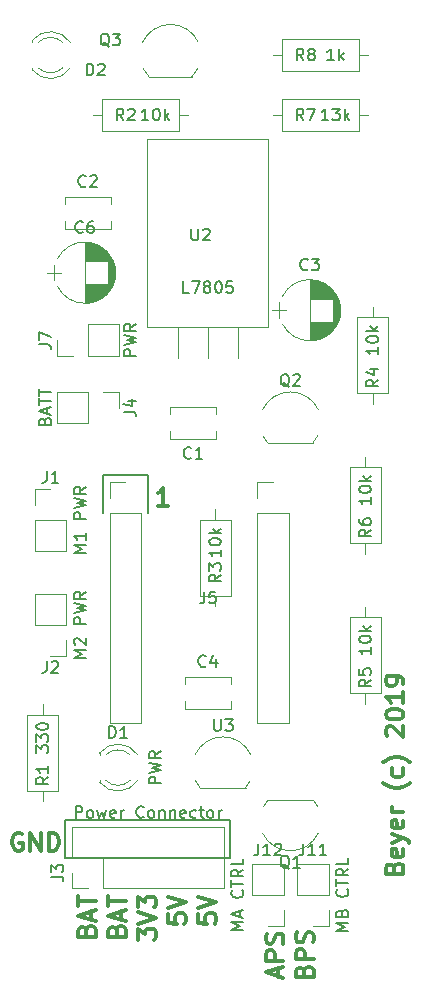
<source format=gbr>
G04 #@! TF.GenerationSoftware,KiCad,Pcbnew,(5.1.4)-1*
G04 #@! TF.CreationDate,2020-01-08T12:55:19-07:00*
G04 #@! TF.ProjectId,robot,726f626f-742e-46b6-9963-61645f706362,rev?*
G04 #@! TF.SameCoordinates,Original*
G04 #@! TF.FileFunction,Legend,Top*
G04 #@! TF.FilePolarity,Positive*
%FSLAX46Y46*%
G04 Gerber Fmt 4.6, Leading zero omitted, Abs format (unit mm)*
G04 Created by KiCad (PCBNEW (5.1.4)-1) date 2020-01-08 12:55:19*
%MOMM*%
%LPD*%
G04 APERTURE LIST*
%ADD10C,0.300000*%
%ADD11C,0.150000*%
%ADD12C,0.200000*%
%ADD13C,0.120000*%
G04 APERTURE END LIST*
D10*
X129432857Y-91677142D02*
X129504285Y-91462857D01*
X129575714Y-91391428D01*
X129718571Y-91320000D01*
X129932857Y-91320000D01*
X130075714Y-91391428D01*
X130147142Y-91462857D01*
X130218571Y-91605714D01*
X130218571Y-92177142D01*
X128718571Y-92177142D01*
X128718571Y-91677142D01*
X128790000Y-91534285D01*
X128861428Y-91462857D01*
X129004285Y-91391428D01*
X129147142Y-91391428D01*
X129290000Y-91462857D01*
X129361428Y-91534285D01*
X129432857Y-91677142D01*
X129432857Y-92177142D01*
X130147142Y-90105714D02*
X130218571Y-90248571D01*
X130218571Y-90534285D01*
X130147142Y-90677142D01*
X130004285Y-90748571D01*
X129432857Y-90748571D01*
X129290000Y-90677142D01*
X129218571Y-90534285D01*
X129218571Y-90248571D01*
X129290000Y-90105714D01*
X129432857Y-90034285D01*
X129575714Y-90034285D01*
X129718571Y-90748571D01*
X129218571Y-89534285D02*
X130218571Y-89177142D01*
X129218571Y-88820000D02*
X130218571Y-89177142D01*
X130575714Y-89320000D01*
X130647142Y-89391428D01*
X130718571Y-89534285D01*
X130147142Y-87677142D02*
X130218571Y-87820000D01*
X130218571Y-88105714D01*
X130147142Y-88248571D01*
X130004285Y-88320000D01*
X129432857Y-88320000D01*
X129290000Y-88248571D01*
X129218571Y-88105714D01*
X129218571Y-87820000D01*
X129290000Y-87677142D01*
X129432857Y-87605714D01*
X129575714Y-87605714D01*
X129718571Y-88320000D01*
X130218571Y-86962857D02*
X129218571Y-86962857D01*
X129504285Y-86962857D02*
X129361428Y-86891428D01*
X129290000Y-86820000D01*
X129218571Y-86677142D01*
X129218571Y-86534285D01*
X130790000Y-84462857D02*
X130718571Y-84534285D01*
X130504285Y-84677142D01*
X130361428Y-84748571D01*
X130147142Y-84820000D01*
X129790000Y-84891428D01*
X129504285Y-84891428D01*
X129147142Y-84820000D01*
X128932857Y-84748571D01*
X128790000Y-84677142D01*
X128575714Y-84534285D01*
X128504285Y-84462857D01*
X130147142Y-83248571D02*
X130218571Y-83391428D01*
X130218571Y-83677142D01*
X130147142Y-83820000D01*
X130075714Y-83891428D01*
X129932857Y-83962857D01*
X129504285Y-83962857D01*
X129361428Y-83891428D01*
X129290000Y-83820000D01*
X129218571Y-83677142D01*
X129218571Y-83391428D01*
X129290000Y-83248571D01*
X130790000Y-82748571D02*
X130718571Y-82677142D01*
X130504285Y-82534285D01*
X130361428Y-82462857D01*
X130147142Y-82391428D01*
X129790000Y-82320000D01*
X129504285Y-82320000D01*
X129147142Y-82391428D01*
X128932857Y-82462857D01*
X128790000Y-82534285D01*
X128575714Y-82677142D01*
X128504285Y-82748571D01*
X128861428Y-80534285D02*
X128790000Y-80462857D01*
X128718571Y-80320000D01*
X128718571Y-79962857D01*
X128790000Y-79820000D01*
X128861428Y-79748571D01*
X129004285Y-79677142D01*
X129147142Y-79677142D01*
X129361428Y-79748571D01*
X130218571Y-80605714D01*
X130218571Y-79677142D01*
X128718571Y-78748571D02*
X128718571Y-78605714D01*
X128790000Y-78462857D01*
X128861428Y-78391428D01*
X129004285Y-78320000D01*
X129290000Y-78248571D01*
X129647142Y-78248571D01*
X129932857Y-78320000D01*
X130075714Y-78391428D01*
X130147142Y-78462857D01*
X130218571Y-78605714D01*
X130218571Y-78748571D01*
X130147142Y-78891428D01*
X130075714Y-78962857D01*
X129932857Y-79034285D01*
X129647142Y-79105714D01*
X129290000Y-79105714D01*
X129004285Y-79034285D01*
X128861428Y-78962857D01*
X128790000Y-78891428D01*
X128718571Y-78748571D01*
X130218571Y-76820000D02*
X130218571Y-77677142D01*
X130218571Y-77248571D02*
X128718571Y-77248571D01*
X128932857Y-77391428D01*
X129075714Y-77534285D01*
X129147142Y-77677142D01*
X130218571Y-76105714D02*
X130218571Y-75820000D01*
X130147142Y-75677142D01*
X130075714Y-75605714D01*
X129861428Y-75462857D01*
X129575714Y-75391428D01*
X129004285Y-75391428D01*
X128861428Y-75462857D01*
X128790000Y-75534285D01*
X128718571Y-75677142D01*
X128718571Y-75962857D01*
X128790000Y-76105714D01*
X128861428Y-76177142D01*
X129004285Y-76248571D01*
X129361428Y-76248571D01*
X129504285Y-76177142D01*
X129575714Y-76105714D01*
X129647142Y-75962857D01*
X129647142Y-75677142D01*
X129575714Y-75534285D01*
X129504285Y-75462857D01*
X129361428Y-75391428D01*
D11*
X124340952Y-23312380D02*
X123769523Y-23312380D01*
X124055238Y-23312380D02*
X124055238Y-22312380D01*
X123960000Y-22455238D01*
X123864761Y-22550476D01*
X123769523Y-22598095D01*
X124769523Y-23312380D02*
X124769523Y-22312380D01*
X124864761Y-22931428D02*
X125150476Y-23312380D01*
X125150476Y-22645714D02*
X124769523Y-23026666D01*
X123864761Y-28392380D02*
X123293333Y-28392380D01*
X123579047Y-28392380D02*
X123579047Y-27392380D01*
X123483809Y-27535238D01*
X123388571Y-27630476D01*
X123293333Y-27678095D01*
X124198095Y-27392380D02*
X124817142Y-27392380D01*
X124483809Y-27773333D01*
X124626666Y-27773333D01*
X124721904Y-27820952D01*
X124769523Y-27868571D01*
X124817142Y-27963809D01*
X124817142Y-28201904D01*
X124769523Y-28297142D01*
X124721904Y-28344761D01*
X124626666Y-28392380D01*
X124340952Y-28392380D01*
X124245714Y-28344761D01*
X124198095Y-28297142D01*
X125245714Y-28392380D02*
X125245714Y-27392380D01*
X125340952Y-28011428D02*
X125626666Y-28392380D01*
X125626666Y-27725714D02*
X125245714Y-28106666D01*
D10*
X97917142Y-88785000D02*
X97774285Y-88713571D01*
X97560000Y-88713571D01*
X97345714Y-88785000D01*
X97202857Y-88927857D01*
X97131428Y-89070714D01*
X97060000Y-89356428D01*
X97060000Y-89570714D01*
X97131428Y-89856428D01*
X97202857Y-89999285D01*
X97345714Y-90142142D01*
X97560000Y-90213571D01*
X97702857Y-90213571D01*
X97917142Y-90142142D01*
X97988571Y-90070714D01*
X97988571Y-89570714D01*
X97702857Y-89570714D01*
X98631428Y-90213571D02*
X98631428Y-88713571D01*
X99488571Y-90213571D01*
X99488571Y-88713571D01*
X100202857Y-90213571D02*
X100202857Y-88713571D01*
X100560000Y-88713571D01*
X100774285Y-88785000D01*
X100917142Y-88927857D01*
X100988571Y-89070714D01*
X101060000Y-89356428D01*
X101060000Y-89570714D01*
X100988571Y-89856428D01*
X100917142Y-89999285D01*
X100774285Y-90142142D01*
X100560000Y-90213571D01*
X100202857Y-90213571D01*
D12*
X101600000Y-87630000D02*
X101600000Y-90805000D01*
X115570000Y-87630000D02*
X101600000Y-87630000D01*
X115570000Y-90805000D02*
X115570000Y-87630000D01*
X101600000Y-90805000D02*
X115570000Y-90805000D01*
D10*
X110283571Y-61003571D02*
X109426428Y-61003571D01*
X109855000Y-61003571D02*
X109855000Y-59503571D01*
X109712142Y-59717857D01*
X109569285Y-59860714D01*
X109426428Y-59932142D01*
D12*
X104775000Y-58420000D02*
X104775000Y-61595000D01*
X108585000Y-58420000D02*
X108585000Y-61595000D01*
X104775000Y-58420000D02*
X108585000Y-58420000D01*
D10*
X119625000Y-100881428D02*
X119625000Y-100167142D01*
X120053571Y-101024285D02*
X118553571Y-100524285D01*
X120053571Y-100024285D01*
X120053571Y-99524285D02*
X118553571Y-99524285D01*
X118553571Y-98952857D01*
X118625000Y-98810000D01*
X118696428Y-98738571D01*
X118839285Y-98667142D01*
X119053571Y-98667142D01*
X119196428Y-98738571D01*
X119267857Y-98810000D01*
X119339285Y-98952857D01*
X119339285Y-99524285D01*
X119982142Y-98095714D02*
X120053571Y-97881428D01*
X120053571Y-97524285D01*
X119982142Y-97381428D01*
X119910714Y-97310000D01*
X119767857Y-97238571D01*
X119625000Y-97238571D01*
X119482142Y-97310000D01*
X119410714Y-97381428D01*
X119339285Y-97524285D01*
X119267857Y-97810000D01*
X119196428Y-97952857D01*
X119125000Y-98024285D01*
X118982142Y-98095714D01*
X118839285Y-98095714D01*
X118696428Y-98024285D01*
X118625000Y-97952857D01*
X118553571Y-97810000D01*
X118553571Y-97452857D01*
X118625000Y-97238571D01*
X121817857Y-100417142D02*
X121889285Y-100202857D01*
X121960714Y-100131428D01*
X122103571Y-100060000D01*
X122317857Y-100060000D01*
X122460714Y-100131428D01*
X122532142Y-100202857D01*
X122603571Y-100345714D01*
X122603571Y-100917142D01*
X121103571Y-100917142D01*
X121103571Y-100417142D01*
X121175000Y-100274285D01*
X121246428Y-100202857D01*
X121389285Y-100131428D01*
X121532142Y-100131428D01*
X121675000Y-100202857D01*
X121746428Y-100274285D01*
X121817857Y-100417142D01*
X121817857Y-100917142D01*
X122603571Y-99417142D02*
X121103571Y-99417142D01*
X121103571Y-98845714D01*
X121175000Y-98702857D01*
X121246428Y-98631428D01*
X121389285Y-98560000D01*
X121603571Y-98560000D01*
X121746428Y-98631428D01*
X121817857Y-98702857D01*
X121889285Y-98845714D01*
X121889285Y-99417142D01*
X122532142Y-97988571D02*
X122603571Y-97774285D01*
X122603571Y-97417142D01*
X122532142Y-97274285D01*
X122460714Y-97202857D01*
X122317857Y-97131428D01*
X122175000Y-97131428D01*
X122032142Y-97202857D01*
X121960714Y-97274285D01*
X121889285Y-97417142D01*
X121817857Y-97702857D01*
X121746428Y-97845714D01*
X121675000Y-97917142D01*
X121532142Y-97988571D01*
X121389285Y-97988571D01*
X121246428Y-97917142D01*
X121175000Y-97845714D01*
X121103571Y-97702857D01*
X121103571Y-97345714D01*
X121175000Y-97131428D01*
X103377857Y-96992142D02*
X103449285Y-96777857D01*
X103520714Y-96706428D01*
X103663571Y-96635000D01*
X103877857Y-96635000D01*
X104020714Y-96706428D01*
X104092142Y-96777857D01*
X104163571Y-96920714D01*
X104163571Y-97492142D01*
X102663571Y-97492142D01*
X102663571Y-96992142D01*
X102735000Y-96849285D01*
X102806428Y-96777857D01*
X102949285Y-96706428D01*
X103092142Y-96706428D01*
X103235000Y-96777857D01*
X103306428Y-96849285D01*
X103377857Y-96992142D01*
X103377857Y-97492142D01*
X103735000Y-96063571D02*
X103735000Y-95349285D01*
X104163571Y-96206428D02*
X102663571Y-95706428D01*
X104163571Y-95206428D01*
X102663571Y-94920714D02*
X102663571Y-94063571D01*
X104163571Y-94492142D02*
X102663571Y-94492142D01*
X105927857Y-96992142D02*
X105999285Y-96777857D01*
X106070714Y-96706428D01*
X106213571Y-96635000D01*
X106427857Y-96635000D01*
X106570714Y-96706428D01*
X106642142Y-96777857D01*
X106713571Y-96920714D01*
X106713571Y-97492142D01*
X105213571Y-97492142D01*
X105213571Y-96992142D01*
X105285000Y-96849285D01*
X105356428Y-96777857D01*
X105499285Y-96706428D01*
X105642142Y-96706428D01*
X105785000Y-96777857D01*
X105856428Y-96849285D01*
X105927857Y-96992142D01*
X105927857Y-97492142D01*
X106285000Y-96063571D02*
X106285000Y-95349285D01*
X106713571Y-96206428D02*
X105213571Y-95706428D01*
X106713571Y-95206428D01*
X105213571Y-94920714D02*
X105213571Y-94063571D01*
X106713571Y-94492142D02*
X105213571Y-94492142D01*
X107763571Y-97742142D02*
X107763571Y-96813571D01*
X108335000Y-97313571D01*
X108335000Y-97099285D01*
X108406428Y-96956428D01*
X108477857Y-96885000D01*
X108620714Y-96813571D01*
X108977857Y-96813571D01*
X109120714Y-96885000D01*
X109192142Y-96956428D01*
X109263571Y-97099285D01*
X109263571Y-97527857D01*
X109192142Y-97670714D01*
X109120714Y-97742142D01*
X107763571Y-96385000D02*
X109263571Y-95885000D01*
X107763571Y-95385000D01*
X107763571Y-95027857D02*
X107763571Y-94099285D01*
X108335000Y-94599285D01*
X108335000Y-94385000D01*
X108406428Y-94242142D01*
X108477857Y-94170714D01*
X108620714Y-94099285D01*
X108977857Y-94099285D01*
X109120714Y-94170714D01*
X109192142Y-94242142D01*
X109263571Y-94385000D01*
X109263571Y-94813571D01*
X109192142Y-94956428D01*
X109120714Y-95027857D01*
X110313571Y-95599285D02*
X110313571Y-96313571D01*
X111027857Y-96385000D01*
X110956428Y-96313571D01*
X110885000Y-96170714D01*
X110885000Y-95813571D01*
X110956428Y-95670714D01*
X111027857Y-95599285D01*
X111170714Y-95527857D01*
X111527857Y-95527857D01*
X111670714Y-95599285D01*
X111742142Y-95670714D01*
X111813571Y-95813571D01*
X111813571Y-96170714D01*
X111742142Y-96313571D01*
X111670714Y-96385000D01*
X110313571Y-95099285D02*
X111813571Y-94599285D01*
X110313571Y-94099285D01*
X112863571Y-95599285D02*
X112863571Y-96313571D01*
X113577857Y-96385000D01*
X113506428Y-96313571D01*
X113435000Y-96170714D01*
X113435000Y-95813571D01*
X113506428Y-95670714D01*
X113577857Y-95599285D01*
X113720714Y-95527857D01*
X114077857Y-95527857D01*
X114220714Y-95599285D01*
X114292142Y-95670714D01*
X114363571Y-95813571D01*
X114363571Y-96170714D01*
X114292142Y-96313571D01*
X114220714Y-96385000D01*
X112863571Y-95099285D02*
X114363571Y-94599285D01*
X112863571Y-94099285D01*
D13*
X112814184Y-23982795D02*
G75*
G02X112290000Y-24710000I-2324184J1122795D01*
G01*
X112846400Y-21761193D02*
G75*
G03X110490000Y-20260000I-2356400J-1098807D01*
G01*
X108133600Y-21761193D02*
G75*
G02X110490000Y-20260000I2356400J-1098807D01*
G01*
X108165816Y-23982795D02*
G75*
G03X108690000Y-24710000I2324184J1122795D01*
G01*
X108690000Y-24710000D02*
X112290000Y-24710000D01*
X127230000Y-22860000D02*
X126460000Y-22860000D01*
X119150000Y-22860000D02*
X119920000Y-22860000D01*
X126460000Y-21490000D02*
X119920000Y-21490000D01*
X126460000Y-24230000D02*
X126460000Y-21490000D01*
X119920000Y-24230000D02*
X126460000Y-24230000D01*
X119920000Y-21490000D02*
X119920000Y-24230000D01*
X127230000Y-27940000D02*
X126460000Y-27940000D01*
X119150000Y-27940000D02*
X119920000Y-27940000D01*
X126460000Y-26570000D02*
X119920000Y-26570000D01*
X126460000Y-29310000D02*
X126460000Y-26570000D01*
X119920000Y-29310000D02*
X126460000Y-29310000D01*
X119920000Y-26570000D02*
X119920000Y-29310000D01*
X111990000Y-27940000D02*
X111220000Y-27940000D01*
X103910000Y-27940000D02*
X104680000Y-27940000D01*
X111220000Y-26570000D02*
X104680000Y-26570000D01*
X111220000Y-29310000D02*
X111220000Y-26570000D01*
X104680000Y-29310000D02*
X111220000Y-29310000D01*
X104680000Y-26570000D02*
X104680000Y-29310000D01*
X98770000Y-23940000D02*
X98770000Y-24096000D01*
X98770000Y-21624000D02*
X98770000Y-21780000D01*
X101371130Y-23939837D02*
G75*
G02X99289039Y-23940000I-1041130J1079837D01*
G01*
X101371130Y-21780163D02*
G75*
G03X99289039Y-21780000I-1041130J-1079837D01*
G01*
X102002335Y-23938608D02*
G75*
G02X98770000Y-24095516I-1672335J1078608D01*
G01*
X102002335Y-21781392D02*
G75*
G03X98770000Y-21624484I-1672335J-1078608D01*
G01*
X117237383Y-84297264D02*
G75*
G02X116845000Y-84885000I-2302383J1112264D01*
G01*
X117291400Y-82086193D02*
G75*
G03X114935000Y-80585000I-2356400J-1098807D01*
G01*
X112578600Y-82086193D02*
G75*
G02X114935000Y-80585000I2356400J-1098807D01*
G01*
X112612369Y-84307045D02*
G75*
G03X112995000Y-84885000I2322631J1122045D01*
G01*
X112995000Y-84885000D02*
X116845000Y-84885000D01*
X122952383Y-55087264D02*
G75*
G02X122560000Y-55675000I-2302383J1112264D01*
G01*
X123006400Y-52876193D02*
G75*
G03X120650000Y-51375000I-2356400J-1098807D01*
G01*
X118293600Y-52876193D02*
G75*
G02X120650000Y-51375000I2356400J-1098807D01*
G01*
X118327369Y-55097045D02*
G75*
G03X118710000Y-55675000I2322631J1122045D01*
G01*
X118710000Y-55675000D02*
X122560000Y-55675000D01*
X118347617Y-86517736D02*
G75*
G02X118740000Y-85930000I2302383J-1112264D01*
G01*
X118293600Y-88728807D02*
G75*
G03X120650000Y-90230000I2356400J1098807D01*
G01*
X123006400Y-88728807D02*
G75*
G02X120650000Y-90230000I-2356400J1098807D01*
G01*
X122972631Y-86507955D02*
G75*
G03X122590000Y-85930000I-2322631J-1122045D01*
G01*
X122590000Y-85930000D02*
X118740000Y-85930000D01*
X111685000Y-75475000D02*
X115605000Y-75475000D01*
X111685000Y-78195000D02*
X115605000Y-78195000D01*
X111685000Y-75475000D02*
X111685000Y-76085000D01*
X111685000Y-77585000D02*
X111685000Y-78195000D01*
X115605000Y-75475000D02*
X115605000Y-76085000D01*
X115605000Y-77585000D02*
X115605000Y-78195000D01*
X99000000Y-64830000D02*
X101660000Y-64830000D01*
X99000000Y-62230000D02*
X99000000Y-64830000D01*
X101660000Y-62230000D02*
X101660000Y-64830000D01*
X99000000Y-62230000D02*
X101660000Y-62230000D01*
X99000000Y-60960000D02*
X99000000Y-59630000D01*
X99000000Y-59630000D02*
X100330000Y-59630000D01*
X101660000Y-68520000D02*
X99000000Y-68520000D01*
X101660000Y-71120000D02*
X101660000Y-68520000D01*
X99000000Y-71120000D02*
X99000000Y-68520000D01*
X101660000Y-71120000D02*
X99000000Y-71120000D01*
X101660000Y-72390000D02*
X101660000Y-73720000D01*
X101660000Y-73720000D02*
X100330000Y-73720000D01*
X108545000Y-45840000D02*
X118785000Y-45840000D01*
X108545000Y-29950000D02*
X118785000Y-29950000D01*
X108545000Y-29950000D02*
X108545000Y-45840000D01*
X118785000Y-29950000D02*
X118785000Y-45840000D01*
X111125000Y-45840000D02*
X111125000Y-48480000D01*
X113665000Y-45840000D02*
X113665000Y-48464000D01*
X116205000Y-45840000D02*
X116205000Y-48464000D01*
X105540722Y-40095277D02*
G75*
G03X100929420Y-40095000I-2305722J-1179723D01*
G01*
X105540722Y-42454723D02*
G75*
G02X100929420Y-42455000I-2305722J1179723D01*
G01*
X105540722Y-42454723D02*
G75*
G03X105540580Y-40095000I-2305722J1179723D01*
G01*
X103235000Y-38725000D02*
X103235000Y-43825000D01*
X103275000Y-38725000D02*
X103275000Y-40295000D01*
X103275000Y-42255000D02*
X103275000Y-43825000D01*
X103315000Y-38726000D02*
X103315000Y-40295000D01*
X103315000Y-42255000D02*
X103315000Y-43824000D01*
X103355000Y-38727000D02*
X103355000Y-40295000D01*
X103355000Y-42255000D02*
X103355000Y-43823000D01*
X103395000Y-38729000D02*
X103395000Y-40295000D01*
X103395000Y-42255000D02*
X103395000Y-43821000D01*
X103435000Y-38732000D02*
X103435000Y-40295000D01*
X103435000Y-42255000D02*
X103435000Y-43818000D01*
X103475000Y-38736000D02*
X103475000Y-40295000D01*
X103475000Y-42255000D02*
X103475000Y-43814000D01*
X103515000Y-38740000D02*
X103515000Y-40295000D01*
X103515000Y-42255000D02*
X103515000Y-43810000D01*
X103555000Y-38744000D02*
X103555000Y-40295000D01*
X103555000Y-42255000D02*
X103555000Y-43806000D01*
X103595000Y-38750000D02*
X103595000Y-40295000D01*
X103595000Y-42255000D02*
X103595000Y-43800000D01*
X103635000Y-38756000D02*
X103635000Y-40295000D01*
X103635000Y-42255000D02*
X103635000Y-43794000D01*
X103675000Y-38762000D02*
X103675000Y-40295000D01*
X103675000Y-42255000D02*
X103675000Y-43788000D01*
X103715000Y-38769000D02*
X103715000Y-40295000D01*
X103715000Y-42255000D02*
X103715000Y-43781000D01*
X103755000Y-38777000D02*
X103755000Y-40295000D01*
X103755000Y-42255000D02*
X103755000Y-43773000D01*
X103795000Y-38786000D02*
X103795000Y-40295000D01*
X103795000Y-42255000D02*
X103795000Y-43764000D01*
X103835000Y-38795000D02*
X103835000Y-40295000D01*
X103835000Y-42255000D02*
X103835000Y-43755000D01*
X103875000Y-38805000D02*
X103875000Y-40295000D01*
X103875000Y-42255000D02*
X103875000Y-43745000D01*
X103915000Y-38815000D02*
X103915000Y-40295000D01*
X103915000Y-42255000D02*
X103915000Y-43735000D01*
X103956000Y-38827000D02*
X103956000Y-40295000D01*
X103956000Y-42255000D02*
X103956000Y-43723000D01*
X103996000Y-38839000D02*
X103996000Y-40295000D01*
X103996000Y-42255000D02*
X103996000Y-43711000D01*
X104036000Y-38851000D02*
X104036000Y-40295000D01*
X104036000Y-42255000D02*
X104036000Y-43699000D01*
X104076000Y-38865000D02*
X104076000Y-40295000D01*
X104076000Y-42255000D02*
X104076000Y-43685000D01*
X104116000Y-38879000D02*
X104116000Y-40295000D01*
X104116000Y-42255000D02*
X104116000Y-43671000D01*
X104156000Y-38893000D02*
X104156000Y-40295000D01*
X104156000Y-42255000D02*
X104156000Y-43657000D01*
X104196000Y-38909000D02*
X104196000Y-40295000D01*
X104196000Y-42255000D02*
X104196000Y-43641000D01*
X104236000Y-38925000D02*
X104236000Y-40295000D01*
X104236000Y-42255000D02*
X104236000Y-43625000D01*
X104276000Y-38942000D02*
X104276000Y-40295000D01*
X104276000Y-42255000D02*
X104276000Y-43608000D01*
X104316000Y-38960000D02*
X104316000Y-40295000D01*
X104316000Y-42255000D02*
X104316000Y-43590000D01*
X104356000Y-38979000D02*
X104356000Y-40295000D01*
X104356000Y-42255000D02*
X104356000Y-43571000D01*
X104396000Y-38999000D02*
X104396000Y-40295000D01*
X104396000Y-42255000D02*
X104396000Y-43551000D01*
X104436000Y-39019000D02*
X104436000Y-40295000D01*
X104436000Y-42255000D02*
X104436000Y-43531000D01*
X104476000Y-39041000D02*
X104476000Y-40295000D01*
X104476000Y-42255000D02*
X104476000Y-43509000D01*
X104516000Y-39063000D02*
X104516000Y-40295000D01*
X104516000Y-42255000D02*
X104516000Y-43487000D01*
X104556000Y-39086000D02*
X104556000Y-40295000D01*
X104556000Y-42255000D02*
X104556000Y-43464000D01*
X104596000Y-39110000D02*
X104596000Y-40295000D01*
X104596000Y-42255000D02*
X104596000Y-43440000D01*
X104636000Y-39135000D02*
X104636000Y-40295000D01*
X104636000Y-42255000D02*
X104636000Y-43415000D01*
X104676000Y-39162000D02*
X104676000Y-40295000D01*
X104676000Y-42255000D02*
X104676000Y-43388000D01*
X104716000Y-39189000D02*
X104716000Y-40295000D01*
X104716000Y-42255000D02*
X104716000Y-43361000D01*
X104756000Y-39217000D02*
X104756000Y-40295000D01*
X104756000Y-42255000D02*
X104756000Y-43333000D01*
X104796000Y-39247000D02*
X104796000Y-40295000D01*
X104796000Y-42255000D02*
X104796000Y-43303000D01*
X104836000Y-39278000D02*
X104836000Y-40295000D01*
X104836000Y-42255000D02*
X104836000Y-43272000D01*
X104876000Y-39310000D02*
X104876000Y-40295000D01*
X104876000Y-42255000D02*
X104876000Y-43240000D01*
X104916000Y-39343000D02*
X104916000Y-40295000D01*
X104916000Y-42255000D02*
X104916000Y-43207000D01*
X104956000Y-39378000D02*
X104956000Y-40295000D01*
X104956000Y-42255000D02*
X104956000Y-43172000D01*
X104996000Y-39414000D02*
X104996000Y-40295000D01*
X104996000Y-42255000D02*
X104996000Y-43136000D01*
X105036000Y-39452000D02*
X105036000Y-40295000D01*
X105036000Y-42255000D02*
X105036000Y-43098000D01*
X105076000Y-39492000D02*
X105076000Y-40295000D01*
X105076000Y-42255000D02*
X105076000Y-43058000D01*
X105116000Y-39533000D02*
X105116000Y-40295000D01*
X105116000Y-42255000D02*
X105116000Y-43017000D01*
X105156000Y-39576000D02*
X105156000Y-40295000D01*
X105156000Y-42255000D02*
X105156000Y-42974000D01*
X105196000Y-39621000D02*
X105196000Y-40295000D01*
X105196000Y-42255000D02*
X105196000Y-42929000D01*
X105236000Y-39669000D02*
X105236000Y-42881000D01*
X105276000Y-39719000D02*
X105276000Y-42831000D01*
X105316000Y-39771000D02*
X105316000Y-42779000D01*
X105356000Y-39827000D02*
X105356000Y-42723000D01*
X105396000Y-39885000D02*
X105396000Y-42665000D01*
X105436000Y-39948000D02*
X105436000Y-42602000D01*
X105476000Y-40014000D02*
X105476000Y-42536000D01*
X105516000Y-40086000D02*
X105516000Y-42464000D01*
X105556000Y-40163000D02*
X105556000Y-42387000D01*
X105596000Y-40247000D02*
X105596000Y-42303000D01*
X105636000Y-40341000D02*
X105636000Y-42209000D01*
X105676000Y-40446000D02*
X105676000Y-42104000D01*
X105716000Y-40568000D02*
X105716000Y-41982000D01*
X105756000Y-40716000D02*
X105756000Y-41834000D01*
X105796000Y-40921000D02*
X105796000Y-41629000D01*
X100035000Y-41275000D02*
X101235000Y-41275000D01*
X100635000Y-40625000D02*
X100635000Y-41925000D01*
X107717335Y-82106392D02*
G75*
G03X104485000Y-81949484I-1672335J-1078608D01*
G01*
X107717335Y-84263608D02*
G75*
G02X104485000Y-84420516I-1672335J1078608D01*
G01*
X107086130Y-82105163D02*
G75*
G03X105004039Y-82105000I-1041130J-1079837D01*
G01*
X107086130Y-84264837D02*
G75*
G02X105004039Y-84265000I-1041130J1079837D01*
G01*
X104485000Y-81949000D02*
X104485000Y-82105000D01*
X104485000Y-84265000D02*
X104485000Y-84421000D01*
X123885000Y-91380000D02*
X121225000Y-91380000D01*
X123885000Y-93980000D02*
X123885000Y-91380000D01*
X121225000Y-93980000D02*
X121225000Y-91380000D01*
X123885000Y-93980000D02*
X121225000Y-93980000D01*
X123885000Y-95250000D02*
X123885000Y-96580000D01*
X123885000Y-96580000D02*
X122555000Y-96580000D01*
X120075000Y-91380000D02*
X117415000Y-91380000D01*
X120075000Y-93980000D02*
X120075000Y-91380000D01*
X117415000Y-93980000D02*
X117415000Y-91380000D01*
X120075000Y-93980000D02*
X117415000Y-93980000D01*
X120075000Y-95250000D02*
X120075000Y-96580000D01*
X120075000Y-96580000D02*
X118745000Y-96580000D01*
X114375000Y-55335000D02*
X110455000Y-55335000D01*
X114375000Y-52615000D02*
X110455000Y-52615000D01*
X114375000Y-55335000D02*
X114375000Y-54725000D01*
X114375000Y-53225000D02*
X114375000Y-52615000D01*
X110455000Y-55335000D02*
X110455000Y-54725000D01*
X110455000Y-53225000D02*
X110455000Y-52615000D01*
X101525000Y-34835000D02*
X105445000Y-34835000D01*
X101525000Y-37555000D02*
X105445000Y-37555000D01*
X101525000Y-34835000D02*
X101525000Y-35445000D01*
X101525000Y-36945000D02*
X101525000Y-37555000D01*
X105445000Y-34835000D02*
X105445000Y-35445000D01*
X105445000Y-36945000D02*
X105445000Y-37555000D01*
X124590722Y-43270277D02*
G75*
G03X119979420Y-43270000I-2305722J-1179723D01*
G01*
X124590722Y-45629723D02*
G75*
G02X119979420Y-45630000I-2305722J1179723D01*
G01*
X124590722Y-45629723D02*
G75*
G03X124590580Y-43270000I-2305722J1179723D01*
G01*
X122285000Y-41900000D02*
X122285000Y-47000000D01*
X122325000Y-41900000D02*
X122325000Y-43470000D01*
X122325000Y-45430000D02*
X122325000Y-47000000D01*
X122365000Y-41901000D02*
X122365000Y-43470000D01*
X122365000Y-45430000D02*
X122365000Y-46999000D01*
X122405000Y-41902000D02*
X122405000Y-43470000D01*
X122405000Y-45430000D02*
X122405000Y-46998000D01*
X122445000Y-41904000D02*
X122445000Y-43470000D01*
X122445000Y-45430000D02*
X122445000Y-46996000D01*
X122485000Y-41907000D02*
X122485000Y-43470000D01*
X122485000Y-45430000D02*
X122485000Y-46993000D01*
X122525000Y-41911000D02*
X122525000Y-43470000D01*
X122525000Y-45430000D02*
X122525000Y-46989000D01*
X122565000Y-41915000D02*
X122565000Y-43470000D01*
X122565000Y-45430000D02*
X122565000Y-46985000D01*
X122605000Y-41919000D02*
X122605000Y-43470000D01*
X122605000Y-45430000D02*
X122605000Y-46981000D01*
X122645000Y-41925000D02*
X122645000Y-43470000D01*
X122645000Y-45430000D02*
X122645000Y-46975000D01*
X122685000Y-41931000D02*
X122685000Y-43470000D01*
X122685000Y-45430000D02*
X122685000Y-46969000D01*
X122725000Y-41937000D02*
X122725000Y-43470000D01*
X122725000Y-45430000D02*
X122725000Y-46963000D01*
X122765000Y-41944000D02*
X122765000Y-43470000D01*
X122765000Y-45430000D02*
X122765000Y-46956000D01*
X122805000Y-41952000D02*
X122805000Y-43470000D01*
X122805000Y-45430000D02*
X122805000Y-46948000D01*
X122845000Y-41961000D02*
X122845000Y-43470000D01*
X122845000Y-45430000D02*
X122845000Y-46939000D01*
X122885000Y-41970000D02*
X122885000Y-43470000D01*
X122885000Y-45430000D02*
X122885000Y-46930000D01*
X122925000Y-41980000D02*
X122925000Y-43470000D01*
X122925000Y-45430000D02*
X122925000Y-46920000D01*
X122965000Y-41990000D02*
X122965000Y-43470000D01*
X122965000Y-45430000D02*
X122965000Y-46910000D01*
X123006000Y-42002000D02*
X123006000Y-43470000D01*
X123006000Y-45430000D02*
X123006000Y-46898000D01*
X123046000Y-42014000D02*
X123046000Y-43470000D01*
X123046000Y-45430000D02*
X123046000Y-46886000D01*
X123086000Y-42026000D02*
X123086000Y-43470000D01*
X123086000Y-45430000D02*
X123086000Y-46874000D01*
X123126000Y-42040000D02*
X123126000Y-43470000D01*
X123126000Y-45430000D02*
X123126000Y-46860000D01*
X123166000Y-42054000D02*
X123166000Y-43470000D01*
X123166000Y-45430000D02*
X123166000Y-46846000D01*
X123206000Y-42068000D02*
X123206000Y-43470000D01*
X123206000Y-45430000D02*
X123206000Y-46832000D01*
X123246000Y-42084000D02*
X123246000Y-43470000D01*
X123246000Y-45430000D02*
X123246000Y-46816000D01*
X123286000Y-42100000D02*
X123286000Y-43470000D01*
X123286000Y-45430000D02*
X123286000Y-46800000D01*
X123326000Y-42117000D02*
X123326000Y-43470000D01*
X123326000Y-45430000D02*
X123326000Y-46783000D01*
X123366000Y-42135000D02*
X123366000Y-43470000D01*
X123366000Y-45430000D02*
X123366000Y-46765000D01*
X123406000Y-42154000D02*
X123406000Y-43470000D01*
X123406000Y-45430000D02*
X123406000Y-46746000D01*
X123446000Y-42174000D02*
X123446000Y-43470000D01*
X123446000Y-45430000D02*
X123446000Y-46726000D01*
X123486000Y-42194000D02*
X123486000Y-43470000D01*
X123486000Y-45430000D02*
X123486000Y-46706000D01*
X123526000Y-42216000D02*
X123526000Y-43470000D01*
X123526000Y-45430000D02*
X123526000Y-46684000D01*
X123566000Y-42238000D02*
X123566000Y-43470000D01*
X123566000Y-45430000D02*
X123566000Y-46662000D01*
X123606000Y-42261000D02*
X123606000Y-43470000D01*
X123606000Y-45430000D02*
X123606000Y-46639000D01*
X123646000Y-42285000D02*
X123646000Y-43470000D01*
X123646000Y-45430000D02*
X123646000Y-46615000D01*
X123686000Y-42310000D02*
X123686000Y-43470000D01*
X123686000Y-45430000D02*
X123686000Y-46590000D01*
X123726000Y-42337000D02*
X123726000Y-43470000D01*
X123726000Y-45430000D02*
X123726000Y-46563000D01*
X123766000Y-42364000D02*
X123766000Y-43470000D01*
X123766000Y-45430000D02*
X123766000Y-46536000D01*
X123806000Y-42392000D02*
X123806000Y-43470000D01*
X123806000Y-45430000D02*
X123806000Y-46508000D01*
X123846000Y-42422000D02*
X123846000Y-43470000D01*
X123846000Y-45430000D02*
X123846000Y-46478000D01*
X123886000Y-42453000D02*
X123886000Y-43470000D01*
X123886000Y-45430000D02*
X123886000Y-46447000D01*
X123926000Y-42485000D02*
X123926000Y-43470000D01*
X123926000Y-45430000D02*
X123926000Y-46415000D01*
X123966000Y-42518000D02*
X123966000Y-43470000D01*
X123966000Y-45430000D02*
X123966000Y-46382000D01*
X124006000Y-42553000D02*
X124006000Y-43470000D01*
X124006000Y-45430000D02*
X124006000Y-46347000D01*
X124046000Y-42589000D02*
X124046000Y-43470000D01*
X124046000Y-45430000D02*
X124046000Y-46311000D01*
X124086000Y-42627000D02*
X124086000Y-43470000D01*
X124086000Y-45430000D02*
X124086000Y-46273000D01*
X124126000Y-42667000D02*
X124126000Y-43470000D01*
X124126000Y-45430000D02*
X124126000Y-46233000D01*
X124166000Y-42708000D02*
X124166000Y-43470000D01*
X124166000Y-45430000D02*
X124166000Y-46192000D01*
X124206000Y-42751000D02*
X124206000Y-43470000D01*
X124206000Y-45430000D02*
X124206000Y-46149000D01*
X124246000Y-42796000D02*
X124246000Y-43470000D01*
X124246000Y-45430000D02*
X124246000Y-46104000D01*
X124286000Y-42844000D02*
X124286000Y-46056000D01*
X124326000Y-42894000D02*
X124326000Y-46006000D01*
X124366000Y-42946000D02*
X124366000Y-45954000D01*
X124406000Y-43002000D02*
X124406000Y-45898000D01*
X124446000Y-43060000D02*
X124446000Y-45840000D01*
X124486000Y-43123000D02*
X124486000Y-45777000D01*
X124526000Y-43189000D02*
X124526000Y-45711000D01*
X124566000Y-43261000D02*
X124566000Y-45639000D01*
X124606000Y-43338000D02*
X124606000Y-45562000D01*
X124646000Y-43422000D02*
X124646000Y-45478000D01*
X124686000Y-43516000D02*
X124686000Y-45384000D01*
X124726000Y-43621000D02*
X124726000Y-45279000D01*
X124766000Y-43743000D02*
X124766000Y-45157000D01*
X124806000Y-43891000D02*
X124806000Y-45009000D01*
X124846000Y-44096000D02*
X124846000Y-44804000D01*
X119085000Y-44450000D02*
X120285000Y-44450000D01*
X119685000Y-43800000D02*
X119685000Y-45100000D01*
X114995000Y-93405000D02*
X114995000Y-88205000D01*
X104775000Y-93405000D02*
X114995000Y-93405000D01*
X102175000Y-88205000D02*
X114995000Y-88205000D01*
X104775000Y-93405000D02*
X104775000Y-90805000D01*
X104775000Y-90805000D02*
X102175000Y-90805000D01*
X102175000Y-90805000D02*
X102175000Y-88205000D01*
X103505000Y-93405000D02*
X102175000Y-93405000D01*
X102175000Y-93405000D02*
X102175000Y-92075000D01*
X100905000Y-51375000D02*
X100905000Y-54035000D01*
X103505000Y-51375000D02*
X100905000Y-51375000D01*
X103505000Y-54035000D02*
X100905000Y-54035000D01*
X103505000Y-51375000D02*
X103505000Y-54035000D01*
X104775000Y-51375000D02*
X106105000Y-51375000D01*
X106105000Y-51375000D02*
X106105000Y-52705000D01*
X106105000Y-48320000D02*
X106105000Y-45660000D01*
X103505000Y-48320000D02*
X106105000Y-48320000D01*
X103505000Y-45660000D02*
X106105000Y-45660000D01*
X103505000Y-48320000D02*
X103505000Y-45660000D01*
X102235000Y-48320000D02*
X100905000Y-48320000D01*
X100905000Y-48320000D02*
X100905000Y-46990000D01*
X117850000Y-58995000D02*
X119180000Y-58995000D01*
X117850000Y-60325000D02*
X117850000Y-58995000D01*
X120510000Y-61595000D02*
X117850000Y-61595000D01*
X120510000Y-79435000D02*
X120510000Y-61595000D01*
X117850000Y-79435000D02*
X120510000Y-79435000D01*
X117850000Y-61595000D02*
X117850000Y-79435000D01*
X105350000Y-61595000D02*
X105350000Y-79435000D01*
X105350000Y-79435000D02*
X108010000Y-79435000D01*
X108010000Y-79435000D02*
X108010000Y-61595000D01*
X108010000Y-61595000D02*
X105350000Y-61595000D01*
X105350000Y-60325000D02*
X105350000Y-58995000D01*
X105350000Y-58995000D02*
X106680000Y-58995000D01*
X98385000Y-85125000D02*
X101005000Y-85125000D01*
X101005000Y-85125000D02*
X101005000Y-78705000D01*
X101005000Y-78705000D02*
X98385000Y-78705000D01*
X98385000Y-78705000D02*
X98385000Y-85125000D01*
X99695000Y-86015000D02*
X99695000Y-85125000D01*
X99695000Y-77815000D02*
X99695000Y-78705000D01*
X112990000Y-68615000D02*
X115610000Y-68615000D01*
X115610000Y-68615000D02*
X115610000Y-62195000D01*
X115610000Y-62195000D02*
X112990000Y-62195000D01*
X112990000Y-62195000D02*
X112990000Y-68615000D01*
X114300000Y-69505000D02*
X114300000Y-68615000D01*
X114300000Y-61305000D02*
X114300000Y-62195000D01*
X126325000Y-51470000D02*
X128945000Y-51470000D01*
X128945000Y-51470000D02*
X128945000Y-45050000D01*
X128945000Y-45050000D02*
X126325000Y-45050000D01*
X126325000Y-45050000D02*
X126325000Y-51470000D01*
X127635000Y-52360000D02*
X127635000Y-51470000D01*
X127635000Y-44160000D02*
X127635000Y-45050000D01*
X128310000Y-70450000D02*
X125690000Y-70450000D01*
X125690000Y-70450000D02*
X125690000Y-76870000D01*
X125690000Y-76870000D02*
X128310000Y-76870000D01*
X128310000Y-76870000D02*
X128310000Y-70450000D01*
X127000000Y-69560000D02*
X127000000Y-70450000D01*
X127000000Y-77760000D02*
X127000000Y-76870000D01*
X125690000Y-64170000D02*
X128310000Y-64170000D01*
X128310000Y-64170000D02*
X128310000Y-57750000D01*
X128310000Y-57750000D02*
X125690000Y-57750000D01*
X125690000Y-57750000D02*
X125690000Y-64170000D01*
X127000000Y-65060000D02*
X127000000Y-64170000D01*
X127000000Y-56860000D02*
X127000000Y-57750000D01*
D11*
X108624761Y-28392380D02*
X108053333Y-28392380D01*
X108339047Y-28392380D02*
X108339047Y-27392380D01*
X108243809Y-27535238D01*
X108148571Y-27630476D01*
X108053333Y-27678095D01*
X109243809Y-27392380D02*
X109339047Y-27392380D01*
X109434285Y-27440000D01*
X109481904Y-27487619D01*
X109529523Y-27582857D01*
X109577142Y-27773333D01*
X109577142Y-28011428D01*
X109529523Y-28201904D01*
X109481904Y-28297142D01*
X109434285Y-28344761D01*
X109339047Y-28392380D01*
X109243809Y-28392380D01*
X109148571Y-28344761D01*
X109100952Y-28297142D01*
X109053333Y-28201904D01*
X109005714Y-28011428D01*
X109005714Y-27773333D01*
X109053333Y-27582857D01*
X109100952Y-27487619D01*
X109148571Y-27440000D01*
X109243809Y-27392380D01*
X110005714Y-28392380D02*
X110005714Y-27392380D01*
X110100952Y-28011428D02*
X110386666Y-28392380D01*
X110386666Y-27725714D02*
X110005714Y-28106666D01*
X105314761Y-22137619D02*
X105219523Y-22090000D01*
X105124285Y-21994761D01*
X104981428Y-21851904D01*
X104886190Y-21804285D01*
X104790952Y-21804285D01*
X104838571Y-22042380D02*
X104743333Y-21994761D01*
X104648095Y-21899523D01*
X104600476Y-21709047D01*
X104600476Y-21375714D01*
X104648095Y-21185238D01*
X104743333Y-21090000D01*
X104838571Y-21042380D01*
X105029047Y-21042380D01*
X105124285Y-21090000D01*
X105219523Y-21185238D01*
X105267142Y-21375714D01*
X105267142Y-21709047D01*
X105219523Y-21899523D01*
X105124285Y-21994761D01*
X105029047Y-22042380D01*
X104838571Y-22042380D01*
X105600476Y-21042380D02*
X106219523Y-21042380D01*
X105886190Y-21423333D01*
X106029047Y-21423333D01*
X106124285Y-21470952D01*
X106171904Y-21518571D01*
X106219523Y-21613809D01*
X106219523Y-21851904D01*
X106171904Y-21947142D01*
X106124285Y-21994761D01*
X106029047Y-22042380D01*
X105743333Y-22042380D01*
X105648095Y-21994761D01*
X105600476Y-21947142D01*
X121753333Y-23312380D02*
X121420000Y-22836190D01*
X121181904Y-23312380D02*
X121181904Y-22312380D01*
X121562857Y-22312380D01*
X121658095Y-22360000D01*
X121705714Y-22407619D01*
X121753333Y-22502857D01*
X121753333Y-22645714D01*
X121705714Y-22740952D01*
X121658095Y-22788571D01*
X121562857Y-22836190D01*
X121181904Y-22836190D01*
X122324761Y-22740952D02*
X122229523Y-22693333D01*
X122181904Y-22645714D01*
X122134285Y-22550476D01*
X122134285Y-22502857D01*
X122181904Y-22407619D01*
X122229523Y-22360000D01*
X122324761Y-22312380D01*
X122515238Y-22312380D01*
X122610476Y-22360000D01*
X122658095Y-22407619D01*
X122705714Y-22502857D01*
X122705714Y-22550476D01*
X122658095Y-22645714D01*
X122610476Y-22693333D01*
X122515238Y-22740952D01*
X122324761Y-22740952D01*
X122229523Y-22788571D01*
X122181904Y-22836190D01*
X122134285Y-22931428D01*
X122134285Y-23121904D01*
X122181904Y-23217142D01*
X122229523Y-23264761D01*
X122324761Y-23312380D01*
X122515238Y-23312380D01*
X122610476Y-23264761D01*
X122658095Y-23217142D01*
X122705714Y-23121904D01*
X122705714Y-22931428D01*
X122658095Y-22836190D01*
X122610476Y-22788571D01*
X122515238Y-22740952D01*
X121753333Y-28392380D02*
X121420000Y-27916190D01*
X121181904Y-28392380D02*
X121181904Y-27392380D01*
X121562857Y-27392380D01*
X121658095Y-27440000D01*
X121705714Y-27487619D01*
X121753333Y-27582857D01*
X121753333Y-27725714D01*
X121705714Y-27820952D01*
X121658095Y-27868571D01*
X121562857Y-27916190D01*
X121181904Y-27916190D01*
X122086666Y-27392380D02*
X122753333Y-27392380D01*
X122324761Y-28392380D01*
X106513333Y-28392380D02*
X106180000Y-27916190D01*
X105941904Y-28392380D02*
X105941904Y-27392380D01*
X106322857Y-27392380D01*
X106418095Y-27440000D01*
X106465714Y-27487619D01*
X106513333Y-27582857D01*
X106513333Y-27725714D01*
X106465714Y-27820952D01*
X106418095Y-27868571D01*
X106322857Y-27916190D01*
X105941904Y-27916190D01*
X106894285Y-27487619D02*
X106941904Y-27440000D01*
X107037142Y-27392380D01*
X107275238Y-27392380D01*
X107370476Y-27440000D01*
X107418095Y-27487619D01*
X107465714Y-27582857D01*
X107465714Y-27678095D01*
X107418095Y-27820952D01*
X106846666Y-28392380D01*
X107465714Y-28392380D01*
X103401904Y-24582380D02*
X103401904Y-23582380D01*
X103640000Y-23582380D01*
X103782857Y-23630000D01*
X103878095Y-23725238D01*
X103925714Y-23820476D01*
X103973333Y-24010952D01*
X103973333Y-24153809D01*
X103925714Y-24344285D01*
X103878095Y-24439523D01*
X103782857Y-24534761D01*
X103640000Y-24582380D01*
X103401904Y-24582380D01*
X104354285Y-23677619D02*
X104401904Y-23630000D01*
X104497142Y-23582380D01*
X104735238Y-23582380D01*
X104830476Y-23630000D01*
X104878095Y-23677619D01*
X104925714Y-23772857D01*
X104925714Y-23868095D01*
X104878095Y-24010952D01*
X104306666Y-24582380D01*
X104925714Y-24582380D01*
X114173095Y-79077380D02*
X114173095Y-79886904D01*
X114220714Y-79982142D01*
X114268333Y-80029761D01*
X114363571Y-80077380D01*
X114554047Y-80077380D01*
X114649285Y-80029761D01*
X114696904Y-79982142D01*
X114744523Y-79886904D01*
X114744523Y-79077380D01*
X115125476Y-79077380D02*
X115744523Y-79077380D01*
X115411190Y-79458333D01*
X115554047Y-79458333D01*
X115649285Y-79505952D01*
X115696904Y-79553571D01*
X115744523Y-79648809D01*
X115744523Y-79886904D01*
X115696904Y-79982142D01*
X115649285Y-80029761D01*
X115554047Y-80077380D01*
X115268333Y-80077380D01*
X115173095Y-80029761D01*
X115125476Y-79982142D01*
X120554761Y-50962619D02*
X120459523Y-50915000D01*
X120364285Y-50819761D01*
X120221428Y-50676904D01*
X120126190Y-50629285D01*
X120030952Y-50629285D01*
X120078571Y-50867380D02*
X119983333Y-50819761D01*
X119888095Y-50724523D01*
X119840476Y-50534047D01*
X119840476Y-50200714D01*
X119888095Y-50010238D01*
X119983333Y-49915000D01*
X120078571Y-49867380D01*
X120269047Y-49867380D01*
X120364285Y-49915000D01*
X120459523Y-50010238D01*
X120507142Y-50200714D01*
X120507142Y-50534047D01*
X120459523Y-50724523D01*
X120364285Y-50819761D01*
X120269047Y-50867380D01*
X120078571Y-50867380D01*
X120888095Y-49962619D02*
X120935714Y-49915000D01*
X121030952Y-49867380D01*
X121269047Y-49867380D01*
X121364285Y-49915000D01*
X121411904Y-49962619D01*
X121459523Y-50057857D01*
X121459523Y-50153095D01*
X121411904Y-50295952D01*
X120840476Y-50867380D01*
X121459523Y-50867380D01*
X120554761Y-91737619D02*
X120459523Y-91690000D01*
X120364285Y-91594761D01*
X120221428Y-91451904D01*
X120126190Y-91404285D01*
X120030952Y-91404285D01*
X120078571Y-91642380D02*
X119983333Y-91594761D01*
X119888095Y-91499523D01*
X119840476Y-91309047D01*
X119840476Y-90975714D01*
X119888095Y-90785238D01*
X119983333Y-90690000D01*
X120078571Y-90642380D01*
X120269047Y-90642380D01*
X120364285Y-90690000D01*
X120459523Y-90785238D01*
X120507142Y-90975714D01*
X120507142Y-91309047D01*
X120459523Y-91499523D01*
X120364285Y-91594761D01*
X120269047Y-91642380D01*
X120078571Y-91642380D01*
X121459523Y-91642380D02*
X120888095Y-91642380D01*
X121173809Y-91642380D02*
X121173809Y-90642380D01*
X121078571Y-90785238D01*
X120983333Y-90880476D01*
X120888095Y-90928095D01*
X113478333Y-74582142D02*
X113430714Y-74629761D01*
X113287857Y-74677380D01*
X113192619Y-74677380D01*
X113049761Y-74629761D01*
X112954523Y-74534523D01*
X112906904Y-74439285D01*
X112859285Y-74248809D01*
X112859285Y-74105952D01*
X112906904Y-73915476D01*
X112954523Y-73820238D01*
X113049761Y-73725000D01*
X113192619Y-73677380D01*
X113287857Y-73677380D01*
X113430714Y-73725000D01*
X113478333Y-73772619D01*
X114335476Y-74010714D02*
X114335476Y-74677380D01*
X114097380Y-73629761D02*
X113859285Y-74344047D01*
X114478333Y-74344047D01*
X99996666Y-58082380D02*
X99996666Y-58796666D01*
X99949047Y-58939523D01*
X99853809Y-59034761D01*
X99710952Y-59082380D01*
X99615714Y-59082380D01*
X100996666Y-59082380D02*
X100425238Y-59082380D01*
X100710952Y-59082380D02*
X100710952Y-58082380D01*
X100615714Y-58225238D01*
X100520476Y-58320476D01*
X100425238Y-58368095D01*
X103322380Y-64991904D02*
X102322380Y-64991904D01*
X103036666Y-64658571D01*
X102322380Y-64325238D01*
X103322380Y-64325238D01*
X103322380Y-63325238D02*
X103322380Y-63896666D01*
X103322380Y-63610952D02*
X102322380Y-63610952D01*
X102465238Y-63706190D01*
X102560476Y-63801428D01*
X102608095Y-63896666D01*
X103322380Y-62134761D02*
X102322380Y-62134761D01*
X102322380Y-61753809D01*
X102370000Y-61658571D01*
X102417619Y-61610952D01*
X102512857Y-61563333D01*
X102655714Y-61563333D01*
X102750952Y-61610952D01*
X102798571Y-61658571D01*
X102846190Y-61753809D01*
X102846190Y-62134761D01*
X102322380Y-61230000D02*
X103322380Y-60991904D01*
X102608095Y-60801428D01*
X103322380Y-60610952D01*
X102322380Y-60372857D01*
X103322380Y-59420476D02*
X102846190Y-59753809D01*
X103322380Y-59991904D02*
X102322380Y-59991904D01*
X102322380Y-59610952D01*
X102370000Y-59515714D01*
X102417619Y-59468095D01*
X102512857Y-59420476D01*
X102655714Y-59420476D01*
X102750952Y-59468095D01*
X102798571Y-59515714D01*
X102846190Y-59610952D01*
X102846190Y-59991904D01*
X99996666Y-74172380D02*
X99996666Y-74886666D01*
X99949047Y-75029523D01*
X99853809Y-75124761D01*
X99710952Y-75172380D01*
X99615714Y-75172380D01*
X100425238Y-74267619D02*
X100472857Y-74220000D01*
X100568095Y-74172380D01*
X100806190Y-74172380D01*
X100901428Y-74220000D01*
X100949047Y-74267619D01*
X100996666Y-74362857D01*
X100996666Y-74458095D01*
X100949047Y-74600952D01*
X100377619Y-75172380D01*
X100996666Y-75172380D01*
X103322380Y-73881904D02*
X102322380Y-73881904D01*
X103036666Y-73548571D01*
X102322380Y-73215238D01*
X103322380Y-73215238D01*
X102417619Y-72786666D02*
X102370000Y-72739047D01*
X102322380Y-72643809D01*
X102322380Y-72405714D01*
X102370000Y-72310476D01*
X102417619Y-72262857D01*
X102512857Y-72215238D01*
X102608095Y-72215238D01*
X102750952Y-72262857D01*
X103322380Y-72834285D01*
X103322380Y-72215238D01*
X103322380Y-71024761D02*
X102322380Y-71024761D01*
X102322380Y-70643809D01*
X102370000Y-70548571D01*
X102417619Y-70500952D01*
X102512857Y-70453333D01*
X102655714Y-70453333D01*
X102750952Y-70500952D01*
X102798571Y-70548571D01*
X102846190Y-70643809D01*
X102846190Y-71024761D01*
X102322380Y-70120000D02*
X103322380Y-69881904D01*
X102608095Y-69691428D01*
X103322380Y-69500952D01*
X102322380Y-69262857D01*
X103322380Y-68310476D02*
X102846190Y-68643809D01*
X103322380Y-68881904D02*
X102322380Y-68881904D01*
X102322380Y-68500952D01*
X102370000Y-68405714D01*
X102417619Y-68358095D01*
X102512857Y-68310476D01*
X102655714Y-68310476D01*
X102750952Y-68358095D01*
X102798571Y-68405714D01*
X102846190Y-68500952D01*
X102846190Y-68881904D01*
X112268095Y-37552380D02*
X112268095Y-38361904D01*
X112315714Y-38457142D01*
X112363333Y-38504761D01*
X112458571Y-38552380D01*
X112649047Y-38552380D01*
X112744285Y-38504761D01*
X112791904Y-38457142D01*
X112839523Y-38361904D01*
X112839523Y-37552380D01*
X113268095Y-37647619D02*
X113315714Y-37600000D01*
X113410952Y-37552380D01*
X113649047Y-37552380D01*
X113744285Y-37600000D01*
X113791904Y-37647619D01*
X113839523Y-37742857D01*
X113839523Y-37838095D01*
X113791904Y-37980952D01*
X113220476Y-38552380D01*
X113839523Y-38552380D01*
X112069761Y-42997380D02*
X111593571Y-42997380D01*
X111593571Y-41997380D01*
X112307857Y-41997380D02*
X112974523Y-41997380D01*
X112545952Y-42997380D01*
X113498333Y-42425952D02*
X113403095Y-42378333D01*
X113355476Y-42330714D01*
X113307857Y-42235476D01*
X113307857Y-42187857D01*
X113355476Y-42092619D01*
X113403095Y-42045000D01*
X113498333Y-41997380D01*
X113688809Y-41997380D01*
X113784047Y-42045000D01*
X113831666Y-42092619D01*
X113879285Y-42187857D01*
X113879285Y-42235476D01*
X113831666Y-42330714D01*
X113784047Y-42378333D01*
X113688809Y-42425952D01*
X113498333Y-42425952D01*
X113403095Y-42473571D01*
X113355476Y-42521190D01*
X113307857Y-42616428D01*
X113307857Y-42806904D01*
X113355476Y-42902142D01*
X113403095Y-42949761D01*
X113498333Y-42997380D01*
X113688809Y-42997380D01*
X113784047Y-42949761D01*
X113831666Y-42902142D01*
X113879285Y-42806904D01*
X113879285Y-42616428D01*
X113831666Y-42521190D01*
X113784047Y-42473571D01*
X113688809Y-42425952D01*
X114498333Y-41997380D02*
X114593571Y-41997380D01*
X114688809Y-42045000D01*
X114736428Y-42092619D01*
X114784047Y-42187857D01*
X114831666Y-42378333D01*
X114831666Y-42616428D01*
X114784047Y-42806904D01*
X114736428Y-42902142D01*
X114688809Y-42949761D01*
X114593571Y-42997380D01*
X114498333Y-42997380D01*
X114403095Y-42949761D01*
X114355476Y-42902142D01*
X114307857Y-42806904D01*
X114260238Y-42616428D01*
X114260238Y-42378333D01*
X114307857Y-42187857D01*
X114355476Y-42092619D01*
X114403095Y-42045000D01*
X114498333Y-41997380D01*
X115736428Y-41997380D02*
X115260238Y-41997380D01*
X115212619Y-42473571D01*
X115260238Y-42425952D01*
X115355476Y-42378333D01*
X115593571Y-42378333D01*
X115688809Y-42425952D01*
X115736428Y-42473571D01*
X115784047Y-42568809D01*
X115784047Y-42806904D01*
X115736428Y-42902142D01*
X115688809Y-42949761D01*
X115593571Y-42997380D01*
X115355476Y-42997380D01*
X115260238Y-42949761D01*
X115212619Y-42902142D01*
X103068333Y-37822142D02*
X103020714Y-37869761D01*
X102877857Y-37917380D01*
X102782619Y-37917380D01*
X102639761Y-37869761D01*
X102544523Y-37774523D01*
X102496904Y-37679285D01*
X102449285Y-37488809D01*
X102449285Y-37345952D01*
X102496904Y-37155476D01*
X102544523Y-37060238D01*
X102639761Y-36965000D01*
X102782619Y-36917380D01*
X102877857Y-36917380D01*
X103020714Y-36965000D01*
X103068333Y-37012619D01*
X103925476Y-36917380D02*
X103735000Y-36917380D01*
X103639761Y-36965000D01*
X103592142Y-37012619D01*
X103496904Y-37155476D01*
X103449285Y-37345952D01*
X103449285Y-37726904D01*
X103496904Y-37822142D01*
X103544523Y-37869761D01*
X103639761Y-37917380D01*
X103830238Y-37917380D01*
X103925476Y-37869761D01*
X103973095Y-37822142D01*
X104020714Y-37726904D01*
X104020714Y-37488809D01*
X103973095Y-37393571D01*
X103925476Y-37345952D01*
X103830238Y-37298333D01*
X103639761Y-37298333D01*
X103544523Y-37345952D01*
X103496904Y-37393571D01*
X103449285Y-37488809D01*
X105306904Y-80677380D02*
X105306904Y-79677380D01*
X105545000Y-79677380D01*
X105687857Y-79725000D01*
X105783095Y-79820238D01*
X105830714Y-79915476D01*
X105878333Y-80105952D01*
X105878333Y-80248809D01*
X105830714Y-80439285D01*
X105783095Y-80534523D01*
X105687857Y-80629761D01*
X105545000Y-80677380D01*
X105306904Y-80677380D01*
X106830714Y-80677380D02*
X106259285Y-80677380D01*
X106545000Y-80677380D02*
X106545000Y-79677380D01*
X106449761Y-79820238D01*
X106354523Y-79915476D01*
X106259285Y-79963095D01*
X109672380Y-84518333D02*
X108672380Y-84518333D01*
X108672380Y-84137380D01*
X108720000Y-84042142D01*
X108767619Y-83994523D01*
X108862857Y-83946904D01*
X109005714Y-83946904D01*
X109100952Y-83994523D01*
X109148571Y-84042142D01*
X109196190Y-84137380D01*
X109196190Y-84518333D01*
X108672380Y-83613571D02*
X109672380Y-83375476D01*
X108958095Y-83185000D01*
X109672380Y-82994523D01*
X108672380Y-82756428D01*
X109672380Y-81804047D02*
X109196190Y-82137380D01*
X109672380Y-82375476D02*
X108672380Y-82375476D01*
X108672380Y-81994523D01*
X108720000Y-81899285D01*
X108767619Y-81851666D01*
X108862857Y-81804047D01*
X109005714Y-81804047D01*
X109100952Y-81851666D01*
X109148571Y-81899285D01*
X109196190Y-81994523D01*
X109196190Y-82375476D01*
X121745476Y-89622380D02*
X121745476Y-90336666D01*
X121697857Y-90479523D01*
X121602619Y-90574761D01*
X121459761Y-90622380D01*
X121364523Y-90622380D01*
X122745476Y-90622380D02*
X122174047Y-90622380D01*
X122459761Y-90622380D02*
X122459761Y-89622380D01*
X122364523Y-89765238D01*
X122269285Y-89860476D01*
X122174047Y-89908095D01*
X123697857Y-90622380D02*
X123126428Y-90622380D01*
X123412142Y-90622380D02*
X123412142Y-89622380D01*
X123316904Y-89765238D01*
X123221666Y-89860476D01*
X123126428Y-89908095D01*
X125547380Y-96980000D02*
X124547380Y-96980000D01*
X125261666Y-96646666D01*
X124547380Y-96313333D01*
X125547380Y-96313333D01*
X125023571Y-95503809D02*
X125071190Y-95360952D01*
X125118809Y-95313333D01*
X125214047Y-95265714D01*
X125356904Y-95265714D01*
X125452142Y-95313333D01*
X125499761Y-95360952D01*
X125547380Y-95456190D01*
X125547380Y-95837142D01*
X124547380Y-95837142D01*
X124547380Y-95503809D01*
X124595000Y-95408571D01*
X124642619Y-95360952D01*
X124737857Y-95313333D01*
X124833095Y-95313333D01*
X124928333Y-95360952D01*
X124975952Y-95408571D01*
X125023571Y-95503809D01*
X125023571Y-95837142D01*
X125452142Y-93503809D02*
X125499761Y-93551428D01*
X125547380Y-93694285D01*
X125547380Y-93789523D01*
X125499761Y-93932380D01*
X125404523Y-94027619D01*
X125309285Y-94075238D01*
X125118809Y-94122857D01*
X124975952Y-94122857D01*
X124785476Y-94075238D01*
X124690238Y-94027619D01*
X124595000Y-93932380D01*
X124547380Y-93789523D01*
X124547380Y-93694285D01*
X124595000Y-93551428D01*
X124642619Y-93503809D01*
X124547380Y-93218095D02*
X124547380Y-92646666D01*
X125547380Y-92932380D02*
X124547380Y-92932380D01*
X125547380Y-91741904D02*
X125071190Y-92075238D01*
X125547380Y-92313333D02*
X124547380Y-92313333D01*
X124547380Y-91932380D01*
X124595000Y-91837142D01*
X124642619Y-91789523D01*
X124737857Y-91741904D01*
X124880714Y-91741904D01*
X124975952Y-91789523D01*
X125023571Y-91837142D01*
X125071190Y-91932380D01*
X125071190Y-92313333D01*
X125547380Y-90837142D02*
X125547380Y-91313333D01*
X124547380Y-91313333D01*
X117935476Y-89622380D02*
X117935476Y-90336666D01*
X117887857Y-90479523D01*
X117792619Y-90574761D01*
X117649761Y-90622380D01*
X117554523Y-90622380D01*
X118935476Y-90622380D02*
X118364047Y-90622380D01*
X118649761Y-90622380D02*
X118649761Y-89622380D01*
X118554523Y-89765238D01*
X118459285Y-89860476D01*
X118364047Y-89908095D01*
X119316428Y-89717619D02*
X119364047Y-89670000D01*
X119459285Y-89622380D01*
X119697380Y-89622380D01*
X119792619Y-89670000D01*
X119840238Y-89717619D01*
X119887857Y-89812857D01*
X119887857Y-89908095D01*
X119840238Y-90050952D01*
X119268809Y-90622380D01*
X119887857Y-90622380D01*
X116657380Y-96908571D02*
X115657380Y-96908571D01*
X116371666Y-96575238D01*
X115657380Y-96241904D01*
X116657380Y-96241904D01*
X116371666Y-95813333D02*
X116371666Y-95337142D01*
X116657380Y-95908571D02*
X115657380Y-95575238D01*
X116657380Y-95241904D01*
X116562142Y-93575238D02*
X116609761Y-93622857D01*
X116657380Y-93765714D01*
X116657380Y-93860952D01*
X116609761Y-94003809D01*
X116514523Y-94099047D01*
X116419285Y-94146666D01*
X116228809Y-94194285D01*
X116085952Y-94194285D01*
X115895476Y-94146666D01*
X115800238Y-94099047D01*
X115705000Y-94003809D01*
X115657380Y-93860952D01*
X115657380Y-93765714D01*
X115705000Y-93622857D01*
X115752619Y-93575238D01*
X115657380Y-93289523D02*
X115657380Y-92718095D01*
X116657380Y-93003809D02*
X115657380Y-93003809D01*
X116657380Y-91813333D02*
X116181190Y-92146666D01*
X116657380Y-92384761D02*
X115657380Y-92384761D01*
X115657380Y-92003809D01*
X115705000Y-91908571D01*
X115752619Y-91860952D01*
X115847857Y-91813333D01*
X115990714Y-91813333D01*
X116085952Y-91860952D01*
X116133571Y-91908571D01*
X116181190Y-92003809D01*
X116181190Y-92384761D01*
X116657380Y-90908571D02*
X116657380Y-91384761D01*
X115657380Y-91384761D01*
X112248333Y-56942142D02*
X112200714Y-56989761D01*
X112057857Y-57037380D01*
X111962619Y-57037380D01*
X111819761Y-56989761D01*
X111724523Y-56894523D01*
X111676904Y-56799285D01*
X111629285Y-56608809D01*
X111629285Y-56465952D01*
X111676904Y-56275476D01*
X111724523Y-56180238D01*
X111819761Y-56085000D01*
X111962619Y-56037380D01*
X112057857Y-56037380D01*
X112200714Y-56085000D01*
X112248333Y-56132619D01*
X113200714Y-57037380D02*
X112629285Y-57037380D01*
X112915000Y-57037380D02*
X112915000Y-56037380D01*
X112819761Y-56180238D01*
X112724523Y-56275476D01*
X112629285Y-56323095D01*
X103318333Y-33942142D02*
X103270714Y-33989761D01*
X103127857Y-34037380D01*
X103032619Y-34037380D01*
X102889761Y-33989761D01*
X102794523Y-33894523D01*
X102746904Y-33799285D01*
X102699285Y-33608809D01*
X102699285Y-33465952D01*
X102746904Y-33275476D01*
X102794523Y-33180238D01*
X102889761Y-33085000D01*
X103032619Y-33037380D01*
X103127857Y-33037380D01*
X103270714Y-33085000D01*
X103318333Y-33132619D01*
X103699285Y-33132619D02*
X103746904Y-33085000D01*
X103842142Y-33037380D01*
X104080238Y-33037380D01*
X104175476Y-33085000D01*
X104223095Y-33132619D01*
X104270714Y-33227857D01*
X104270714Y-33323095D01*
X104223095Y-33465952D01*
X103651666Y-34037380D01*
X104270714Y-34037380D01*
X122118333Y-40997142D02*
X122070714Y-41044761D01*
X121927857Y-41092380D01*
X121832619Y-41092380D01*
X121689761Y-41044761D01*
X121594523Y-40949523D01*
X121546904Y-40854285D01*
X121499285Y-40663809D01*
X121499285Y-40520952D01*
X121546904Y-40330476D01*
X121594523Y-40235238D01*
X121689761Y-40140000D01*
X121832619Y-40092380D01*
X121927857Y-40092380D01*
X122070714Y-40140000D01*
X122118333Y-40187619D01*
X122451666Y-40092380D02*
X123070714Y-40092380D01*
X122737380Y-40473333D01*
X122880238Y-40473333D01*
X122975476Y-40520952D01*
X123023095Y-40568571D01*
X123070714Y-40663809D01*
X123070714Y-40901904D01*
X123023095Y-40997142D01*
X122975476Y-41044761D01*
X122880238Y-41092380D01*
X122594523Y-41092380D01*
X122499285Y-41044761D01*
X122451666Y-40997142D01*
X100417380Y-92408333D02*
X101131666Y-92408333D01*
X101274523Y-92455952D01*
X101369761Y-92551190D01*
X101417380Y-92694047D01*
X101417380Y-92789285D01*
X100417380Y-92027380D02*
X100417380Y-91408333D01*
X100798333Y-91741666D01*
X100798333Y-91598809D01*
X100845952Y-91503571D01*
X100893571Y-91455952D01*
X100988809Y-91408333D01*
X101226904Y-91408333D01*
X101322142Y-91455952D01*
X101369761Y-91503571D01*
X101417380Y-91598809D01*
X101417380Y-91884523D01*
X101369761Y-91979761D01*
X101322142Y-92027380D01*
X102465952Y-87447380D02*
X102465952Y-86447380D01*
X102846904Y-86447380D01*
X102942142Y-86495000D01*
X102989761Y-86542619D01*
X103037380Y-86637857D01*
X103037380Y-86780714D01*
X102989761Y-86875952D01*
X102942142Y-86923571D01*
X102846904Y-86971190D01*
X102465952Y-86971190D01*
X103608809Y-87447380D02*
X103513571Y-87399761D01*
X103465952Y-87352142D01*
X103418333Y-87256904D01*
X103418333Y-86971190D01*
X103465952Y-86875952D01*
X103513571Y-86828333D01*
X103608809Y-86780714D01*
X103751666Y-86780714D01*
X103846904Y-86828333D01*
X103894523Y-86875952D01*
X103942142Y-86971190D01*
X103942142Y-87256904D01*
X103894523Y-87352142D01*
X103846904Y-87399761D01*
X103751666Y-87447380D01*
X103608809Y-87447380D01*
X104275476Y-86780714D02*
X104465952Y-87447380D01*
X104656428Y-86971190D01*
X104846904Y-87447380D01*
X105037380Y-86780714D01*
X105799285Y-87399761D02*
X105704047Y-87447380D01*
X105513571Y-87447380D01*
X105418333Y-87399761D01*
X105370714Y-87304523D01*
X105370714Y-86923571D01*
X105418333Y-86828333D01*
X105513571Y-86780714D01*
X105704047Y-86780714D01*
X105799285Y-86828333D01*
X105846904Y-86923571D01*
X105846904Y-87018809D01*
X105370714Y-87114047D01*
X106275476Y-87447380D02*
X106275476Y-86780714D01*
X106275476Y-86971190D02*
X106323095Y-86875952D01*
X106370714Y-86828333D01*
X106465952Y-86780714D01*
X106561190Y-86780714D01*
X108227857Y-87352142D02*
X108180238Y-87399761D01*
X108037380Y-87447380D01*
X107942142Y-87447380D01*
X107799285Y-87399761D01*
X107704047Y-87304523D01*
X107656428Y-87209285D01*
X107608809Y-87018809D01*
X107608809Y-86875952D01*
X107656428Y-86685476D01*
X107704047Y-86590238D01*
X107799285Y-86495000D01*
X107942142Y-86447380D01*
X108037380Y-86447380D01*
X108180238Y-86495000D01*
X108227857Y-86542619D01*
X108799285Y-87447380D02*
X108704047Y-87399761D01*
X108656428Y-87352142D01*
X108608809Y-87256904D01*
X108608809Y-86971190D01*
X108656428Y-86875952D01*
X108704047Y-86828333D01*
X108799285Y-86780714D01*
X108942142Y-86780714D01*
X109037380Y-86828333D01*
X109085000Y-86875952D01*
X109132619Y-86971190D01*
X109132619Y-87256904D01*
X109085000Y-87352142D01*
X109037380Y-87399761D01*
X108942142Y-87447380D01*
X108799285Y-87447380D01*
X109561190Y-86780714D02*
X109561190Y-87447380D01*
X109561190Y-86875952D02*
X109608809Y-86828333D01*
X109704047Y-86780714D01*
X109846904Y-86780714D01*
X109942142Y-86828333D01*
X109989761Y-86923571D01*
X109989761Y-87447380D01*
X110465952Y-86780714D02*
X110465952Y-87447380D01*
X110465952Y-86875952D02*
X110513571Y-86828333D01*
X110608809Y-86780714D01*
X110751666Y-86780714D01*
X110846904Y-86828333D01*
X110894523Y-86923571D01*
X110894523Y-87447380D01*
X111751666Y-87399761D02*
X111656428Y-87447380D01*
X111465952Y-87447380D01*
X111370714Y-87399761D01*
X111323095Y-87304523D01*
X111323095Y-86923571D01*
X111370714Y-86828333D01*
X111465952Y-86780714D01*
X111656428Y-86780714D01*
X111751666Y-86828333D01*
X111799285Y-86923571D01*
X111799285Y-87018809D01*
X111323095Y-87114047D01*
X112656428Y-87399761D02*
X112561190Y-87447380D01*
X112370714Y-87447380D01*
X112275476Y-87399761D01*
X112227857Y-87352142D01*
X112180238Y-87256904D01*
X112180238Y-86971190D01*
X112227857Y-86875952D01*
X112275476Y-86828333D01*
X112370714Y-86780714D01*
X112561190Y-86780714D01*
X112656428Y-86828333D01*
X112942142Y-86780714D02*
X113323095Y-86780714D01*
X113085000Y-86447380D02*
X113085000Y-87304523D01*
X113132619Y-87399761D01*
X113227857Y-87447380D01*
X113323095Y-87447380D01*
X113799285Y-87447380D02*
X113704047Y-87399761D01*
X113656428Y-87352142D01*
X113608809Y-87256904D01*
X113608809Y-86971190D01*
X113656428Y-86875952D01*
X113704047Y-86828333D01*
X113799285Y-86780714D01*
X113942142Y-86780714D01*
X114037380Y-86828333D01*
X114085000Y-86875952D01*
X114132619Y-86971190D01*
X114132619Y-87256904D01*
X114085000Y-87352142D01*
X114037380Y-87399761D01*
X113942142Y-87447380D01*
X113799285Y-87447380D01*
X114561190Y-87447380D02*
X114561190Y-86780714D01*
X114561190Y-86971190D02*
X114608809Y-86875952D01*
X114656428Y-86828333D01*
X114751666Y-86780714D01*
X114846904Y-86780714D01*
X106557380Y-53038333D02*
X107271666Y-53038333D01*
X107414523Y-53085952D01*
X107509761Y-53181190D01*
X107557380Y-53324047D01*
X107557380Y-53419285D01*
X106890714Y-52133571D02*
X107557380Y-52133571D01*
X106509761Y-52371666D02*
X107224047Y-52609761D01*
X107224047Y-51990714D01*
X99833571Y-53824047D02*
X99881190Y-53681190D01*
X99928809Y-53633571D01*
X100024047Y-53585952D01*
X100166904Y-53585952D01*
X100262142Y-53633571D01*
X100309761Y-53681190D01*
X100357380Y-53776428D01*
X100357380Y-54157380D01*
X99357380Y-54157380D01*
X99357380Y-53824047D01*
X99405000Y-53728809D01*
X99452619Y-53681190D01*
X99547857Y-53633571D01*
X99643095Y-53633571D01*
X99738333Y-53681190D01*
X99785952Y-53728809D01*
X99833571Y-53824047D01*
X99833571Y-54157380D01*
X100071666Y-53205000D02*
X100071666Y-52728809D01*
X100357380Y-53300238D02*
X99357380Y-52966904D01*
X100357380Y-52633571D01*
X99357380Y-52443095D02*
X99357380Y-51871666D01*
X100357380Y-52157380D02*
X99357380Y-52157380D01*
X99357380Y-51681190D02*
X99357380Y-51109761D01*
X100357380Y-51395476D02*
X99357380Y-51395476D01*
X99357380Y-47323333D02*
X100071666Y-47323333D01*
X100214523Y-47370952D01*
X100309761Y-47466190D01*
X100357380Y-47609047D01*
X100357380Y-47704285D01*
X99357380Y-46942380D02*
X99357380Y-46275714D01*
X100357380Y-46704285D01*
X107557380Y-48323333D02*
X106557380Y-48323333D01*
X106557380Y-47942380D01*
X106605000Y-47847142D01*
X106652619Y-47799523D01*
X106747857Y-47751904D01*
X106890714Y-47751904D01*
X106985952Y-47799523D01*
X107033571Y-47847142D01*
X107081190Y-47942380D01*
X107081190Y-48323333D01*
X106557380Y-47418571D02*
X107557380Y-47180476D01*
X106843095Y-46990000D01*
X107557380Y-46799523D01*
X106557380Y-46561428D01*
X107557380Y-45609047D02*
X107081190Y-45942380D01*
X107557380Y-46180476D02*
X106557380Y-46180476D01*
X106557380Y-45799523D01*
X106605000Y-45704285D01*
X106652619Y-45656666D01*
X106747857Y-45609047D01*
X106890714Y-45609047D01*
X106985952Y-45656666D01*
X107033571Y-45704285D01*
X107081190Y-45799523D01*
X107081190Y-46180476D01*
X113346666Y-68277380D02*
X113346666Y-68991666D01*
X113299047Y-69134523D01*
X113203809Y-69229761D01*
X113060952Y-69277380D01*
X112965714Y-69277380D01*
X114299047Y-68277380D02*
X113822857Y-68277380D01*
X113775238Y-68753571D01*
X113822857Y-68705952D01*
X113918095Y-68658333D01*
X114156190Y-68658333D01*
X114251428Y-68705952D01*
X114299047Y-68753571D01*
X114346666Y-68848809D01*
X114346666Y-69086904D01*
X114299047Y-69182142D01*
X114251428Y-69229761D01*
X114156190Y-69277380D01*
X113918095Y-69277380D01*
X113822857Y-69229761D01*
X113775238Y-69182142D01*
X100147380Y-83986666D02*
X99671190Y-84320000D01*
X100147380Y-84558095D02*
X99147380Y-84558095D01*
X99147380Y-84177142D01*
X99195000Y-84081904D01*
X99242619Y-84034285D01*
X99337857Y-83986666D01*
X99480714Y-83986666D01*
X99575952Y-84034285D01*
X99623571Y-84081904D01*
X99671190Y-84177142D01*
X99671190Y-84558095D01*
X100147380Y-83034285D02*
X100147380Y-83605714D01*
X100147380Y-83320000D02*
X99147380Y-83320000D01*
X99290238Y-83415238D01*
X99385476Y-83510476D01*
X99433095Y-83605714D01*
X99147380Y-81930714D02*
X99147380Y-81311666D01*
X99528333Y-81645000D01*
X99528333Y-81502142D01*
X99575952Y-81406904D01*
X99623571Y-81359285D01*
X99718809Y-81311666D01*
X99956904Y-81311666D01*
X100052142Y-81359285D01*
X100099761Y-81406904D01*
X100147380Y-81502142D01*
X100147380Y-81787857D01*
X100099761Y-81883095D01*
X100052142Y-81930714D01*
X99147380Y-80978333D02*
X99147380Y-80359285D01*
X99528333Y-80692619D01*
X99528333Y-80549761D01*
X99575952Y-80454523D01*
X99623571Y-80406904D01*
X99718809Y-80359285D01*
X99956904Y-80359285D01*
X100052142Y-80406904D01*
X100099761Y-80454523D01*
X100147380Y-80549761D01*
X100147380Y-80835476D01*
X100099761Y-80930714D01*
X100052142Y-80978333D01*
X99147380Y-79740238D02*
X99147380Y-79645000D01*
X99195000Y-79549761D01*
X99242619Y-79502142D01*
X99337857Y-79454523D01*
X99528333Y-79406904D01*
X99766428Y-79406904D01*
X99956904Y-79454523D01*
X100052142Y-79502142D01*
X100099761Y-79549761D01*
X100147380Y-79645000D01*
X100147380Y-79740238D01*
X100099761Y-79835476D01*
X100052142Y-79883095D01*
X99956904Y-79930714D01*
X99766428Y-79978333D01*
X99528333Y-79978333D01*
X99337857Y-79930714D01*
X99242619Y-79883095D01*
X99195000Y-79835476D01*
X99147380Y-79740238D01*
X114752380Y-66841666D02*
X114276190Y-67175000D01*
X114752380Y-67413095D02*
X113752380Y-67413095D01*
X113752380Y-67032142D01*
X113800000Y-66936904D01*
X113847619Y-66889285D01*
X113942857Y-66841666D01*
X114085714Y-66841666D01*
X114180952Y-66889285D01*
X114228571Y-66936904D01*
X114276190Y-67032142D01*
X114276190Y-67413095D01*
X113752380Y-66508333D02*
X113752380Y-65889285D01*
X114133333Y-66222619D01*
X114133333Y-66079761D01*
X114180952Y-65984523D01*
X114228571Y-65936904D01*
X114323809Y-65889285D01*
X114561904Y-65889285D01*
X114657142Y-65936904D01*
X114704761Y-65984523D01*
X114752380Y-66079761D01*
X114752380Y-66365476D01*
X114704761Y-66460714D01*
X114657142Y-66508333D01*
X114752380Y-64730238D02*
X114752380Y-65301666D01*
X114752380Y-65015952D02*
X113752380Y-65015952D01*
X113895238Y-65111190D01*
X113990476Y-65206428D01*
X114038095Y-65301666D01*
X113752380Y-64111190D02*
X113752380Y-64015952D01*
X113800000Y-63920714D01*
X113847619Y-63873095D01*
X113942857Y-63825476D01*
X114133333Y-63777857D01*
X114371428Y-63777857D01*
X114561904Y-63825476D01*
X114657142Y-63873095D01*
X114704761Y-63920714D01*
X114752380Y-64015952D01*
X114752380Y-64111190D01*
X114704761Y-64206428D01*
X114657142Y-64254047D01*
X114561904Y-64301666D01*
X114371428Y-64349285D01*
X114133333Y-64349285D01*
X113942857Y-64301666D01*
X113847619Y-64254047D01*
X113800000Y-64206428D01*
X113752380Y-64111190D01*
X114752380Y-63349285D02*
X113752380Y-63349285D01*
X114371428Y-63254047D02*
X114752380Y-62968333D01*
X114085714Y-62968333D02*
X114466666Y-63349285D01*
X128087380Y-50331666D02*
X127611190Y-50665000D01*
X128087380Y-50903095D02*
X127087380Y-50903095D01*
X127087380Y-50522142D01*
X127135000Y-50426904D01*
X127182619Y-50379285D01*
X127277857Y-50331666D01*
X127420714Y-50331666D01*
X127515952Y-50379285D01*
X127563571Y-50426904D01*
X127611190Y-50522142D01*
X127611190Y-50903095D01*
X127420714Y-49474523D02*
X128087380Y-49474523D01*
X127039761Y-49712619D02*
X127754047Y-49950714D01*
X127754047Y-49331666D01*
X128087380Y-47585238D02*
X128087380Y-48156666D01*
X128087380Y-47870952D02*
X127087380Y-47870952D01*
X127230238Y-47966190D01*
X127325476Y-48061428D01*
X127373095Y-48156666D01*
X127087380Y-46966190D02*
X127087380Y-46870952D01*
X127135000Y-46775714D01*
X127182619Y-46728095D01*
X127277857Y-46680476D01*
X127468333Y-46632857D01*
X127706428Y-46632857D01*
X127896904Y-46680476D01*
X127992142Y-46728095D01*
X128039761Y-46775714D01*
X128087380Y-46870952D01*
X128087380Y-46966190D01*
X128039761Y-47061428D01*
X127992142Y-47109047D01*
X127896904Y-47156666D01*
X127706428Y-47204285D01*
X127468333Y-47204285D01*
X127277857Y-47156666D01*
X127182619Y-47109047D01*
X127135000Y-47061428D01*
X127087380Y-46966190D01*
X128087380Y-46204285D02*
X127087380Y-46204285D01*
X127706428Y-46109047D02*
X128087380Y-45823333D01*
X127420714Y-45823333D02*
X127801666Y-46204285D01*
X127452380Y-75731666D02*
X126976190Y-76065000D01*
X127452380Y-76303095D02*
X126452380Y-76303095D01*
X126452380Y-75922142D01*
X126500000Y-75826904D01*
X126547619Y-75779285D01*
X126642857Y-75731666D01*
X126785714Y-75731666D01*
X126880952Y-75779285D01*
X126928571Y-75826904D01*
X126976190Y-75922142D01*
X126976190Y-76303095D01*
X126452380Y-74826904D02*
X126452380Y-75303095D01*
X126928571Y-75350714D01*
X126880952Y-75303095D01*
X126833333Y-75207857D01*
X126833333Y-74969761D01*
X126880952Y-74874523D01*
X126928571Y-74826904D01*
X127023809Y-74779285D01*
X127261904Y-74779285D01*
X127357142Y-74826904D01*
X127404761Y-74874523D01*
X127452380Y-74969761D01*
X127452380Y-75207857D01*
X127404761Y-75303095D01*
X127357142Y-75350714D01*
X127452380Y-72985238D02*
X127452380Y-73556666D01*
X127452380Y-73270952D02*
X126452380Y-73270952D01*
X126595238Y-73366190D01*
X126690476Y-73461428D01*
X126738095Y-73556666D01*
X126452380Y-72366190D02*
X126452380Y-72270952D01*
X126500000Y-72175714D01*
X126547619Y-72128095D01*
X126642857Y-72080476D01*
X126833333Y-72032857D01*
X127071428Y-72032857D01*
X127261904Y-72080476D01*
X127357142Y-72128095D01*
X127404761Y-72175714D01*
X127452380Y-72270952D01*
X127452380Y-72366190D01*
X127404761Y-72461428D01*
X127357142Y-72509047D01*
X127261904Y-72556666D01*
X127071428Y-72604285D01*
X126833333Y-72604285D01*
X126642857Y-72556666D01*
X126547619Y-72509047D01*
X126500000Y-72461428D01*
X126452380Y-72366190D01*
X127452380Y-71604285D02*
X126452380Y-71604285D01*
X127071428Y-71509047D02*
X127452380Y-71223333D01*
X126785714Y-71223333D02*
X127166666Y-71604285D01*
X127452380Y-63031666D02*
X126976190Y-63365000D01*
X127452380Y-63603095D02*
X126452380Y-63603095D01*
X126452380Y-63222142D01*
X126500000Y-63126904D01*
X126547619Y-63079285D01*
X126642857Y-63031666D01*
X126785714Y-63031666D01*
X126880952Y-63079285D01*
X126928571Y-63126904D01*
X126976190Y-63222142D01*
X126976190Y-63603095D01*
X126452380Y-62174523D02*
X126452380Y-62365000D01*
X126500000Y-62460238D01*
X126547619Y-62507857D01*
X126690476Y-62603095D01*
X126880952Y-62650714D01*
X127261904Y-62650714D01*
X127357142Y-62603095D01*
X127404761Y-62555476D01*
X127452380Y-62460238D01*
X127452380Y-62269761D01*
X127404761Y-62174523D01*
X127357142Y-62126904D01*
X127261904Y-62079285D01*
X127023809Y-62079285D01*
X126928571Y-62126904D01*
X126880952Y-62174523D01*
X126833333Y-62269761D01*
X126833333Y-62460238D01*
X126880952Y-62555476D01*
X126928571Y-62603095D01*
X127023809Y-62650714D01*
X127452380Y-60285238D02*
X127452380Y-60856666D01*
X127452380Y-60570952D02*
X126452380Y-60570952D01*
X126595238Y-60666190D01*
X126690476Y-60761428D01*
X126738095Y-60856666D01*
X126452380Y-59666190D02*
X126452380Y-59570952D01*
X126500000Y-59475714D01*
X126547619Y-59428095D01*
X126642857Y-59380476D01*
X126833333Y-59332857D01*
X127071428Y-59332857D01*
X127261904Y-59380476D01*
X127357142Y-59428095D01*
X127404761Y-59475714D01*
X127452380Y-59570952D01*
X127452380Y-59666190D01*
X127404761Y-59761428D01*
X127357142Y-59809047D01*
X127261904Y-59856666D01*
X127071428Y-59904285D01*
X126833333Y-59904285D01*
X126642857Y-59856666D01*
X126547619Y-59809047D01*
X126500000Y-59761428D01*
X126452380Y-59666190D01*
X127452380Y-58904285D02*
X126452380Y-58904285D01*
X127071428Y-58809047D02*
X127452380Y-58523333D01*
X126785714Y-58523333D02*
X127166666Y-58904285D01*
M02*

</source>
